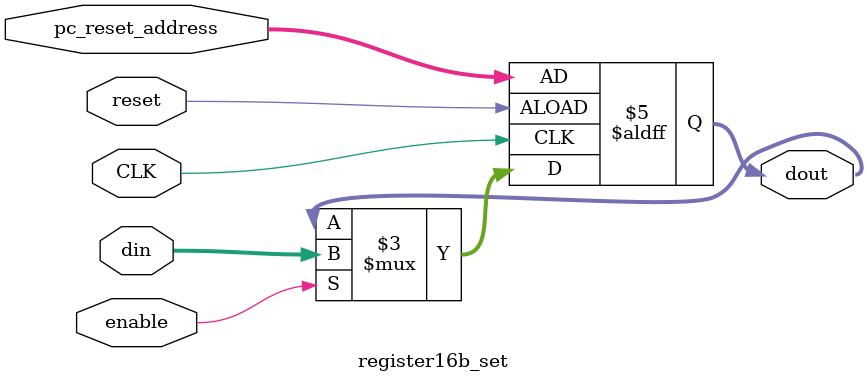
<source format=v>
`timescale 1ns / 1ps


module register16b_set(
   input [15:0] din,
   input enable,
   input CLK,
   input reset,
   input [15:0] pc_reset_address,
   output reg [15:0] dout
   );
	 
//	initial begin
//		pc = pc_reset_address;
//	end

	always @ (posedge(CLK), posedge(reset)) begin
		if (reset)
			dout = pc_reset_address;
		else
			if (enable)
				dout = din;
	end

endmodule

</source>
